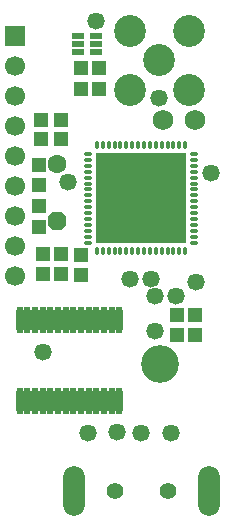
<source format=gbs>
%FSAX42Y42*%
%MOMM*%
G71*
G01*
G75*
G04 Layer_Color=16711935*
%ADD10R,1.10X1.00*%
%ADD11R,0.87X0.87*%
%ADD12R,1.00X1.10*%
%ADD13R,3.40X2.15*%
%ADD14R,1.05X2.15*%
%ADD15R,1.05X2.15*%
%ADD16R,0.50X2.10*%
%ADD17R,1.70X1.25*%
%ADD18R,1.25X1.70*%
%ADD19C,0.25*%
%ADD20C,2.50*%
%ADD21R,1.50X1.50*%
%ADD22C,1.50*%
%ADD23C,1.52*%
%ADD24C,1.20*%
%ADD25O,1.65X4.00*%
%ADD26C,1.40*%
%ADD27P,1.52X8X112.5*%
%ADD28C,3.00*%
%ADD29C,1.27*%
%ADD30O,0.80X0.28*%
%ADD31O,0.28X0.80*%
%ADD32R,7.65X7.65*%
%ADD33O,0.40X2.10*%
%ADD34R,0.80X0.35*%
%ADD35C,0.20*%
%ADD36C,0.25*%
%ADD37C,0.60*%
%ADD38R,1.80X1.80*%
%ADD39R,2.00X1.80*%
%ADD40R,1.80X2.00*%
%ADD41O,0.74X0.22*%
%ADD42O,0.22X0.74*%
%ADD43R,2.05X2.05*%
%ADD44R,1.30X1.20*%
%ADD45R,1.54X1.54*%
%ADD46R,1.20X1.30*%
%ADD47R,3.60X2.35*%
%ADD48R,1.25X2.35*%
%ADD49R,1.25X2.35*%
%ADD50R,0.70X2.30*%
%ADD51R,1.90X1.45*%
%ADD52R,1.45X1.90*%
%ADD53C,2.70*%
%ADD54R,1.70X1.70*%
%ADD55C,1.70*%
%ADD56C,1.73*%
%ADD57C,1.40*%
%ADD58O,1.85X4.20*%
%ADD59C,1.60*%
%ADD60P,1.74X8X112.5*%
%ADD61C,3.20*%
%ADD62C,1.47*%
%ADD63O,0.60X2.30*%
%ADD64R,1.00X0.55*%
D30*
X004307Y004910D02*
D03*
Y004960D02*
D03*
Y005010D02*
D03*
Y005060D02*
D03*
Y005110D02*
D03*
Y005160D02*
D03*
Y005210D02*
D03*
Y005260D02*
D03*
Y005310D02*
D03*
Y005360D02*
D03*
X004308Y005410D02*
D03*
X004307Y005460D02*
D03*
Y005510D02*
D03*
Y005560D02*
D03*
Y005610D02*
D03*
X004308Y005660D02*
D03*
X003408Y005660D02*
D03*
Y005610D02*
D03*
Y005560D02*
D03*
Y005510D02*
D03*
Y005460D02*
D03*
Y005410D02*
D03*
Y005360D02*
D03*
Y005310D02*
D03*
Y005260D02*
D03*
Y005210D02*
D03*
Y005160D02*
D03*
Y005110D02*
D03*
Y005060D02*
D03*
Y005010D02*
D03*
Y004960D02*
D03*
Y004910D02*
D03*
D31*
X004082Y004835D02*
D03*
X004132D02*
D03*
X004183D02*
D03*
X004232D02*
D03*
X004032D02*
D03*
X003982D02*
D03*
X003932D02*
D03*
X003882D02*
D03*
X003833D02*
D03*
X003783D02*
D03*
X003733D02*
D03*
X003683D02*
D03*
X003633D02*
D03*
X003583D02*
D03*
X003532D02*
D03*
X003483D02*
D03*
X004082Y005735D02*
D03*
X004132D02*
D03*
X004183D02*
D03*
X004232D02*
D03*
X004032D02*
D03*
X003982D02*
D03*
X003932D02*
D03*
X003882D02*
D03*
X003833D02*
D03*
X003783D02*
D03*
X003733D02*
D03*
X003683D02*
D03*
X003633D02*
D03*
X003583D02*
D03*
X003532D02*
D03*
X003483D02*
D03*
D32*
X003858Y005285D02*
D03*
D44*
X003184Y005791D02*
D03*
Y005944D02*
D03*
X003014D02*
D03*
Y005791D02*
D03*
D46*
X004166Y004131D02*
D03*
Y004301D02*
D03*
X004318D02*
D03*
Y004131D02*
D03*
X003353Y004639D02*
D03*
Y004809D02*
D03*
X003181Y004810D02*
D03*
Y004640D02*
D03*
X002997Y005046D02*
D03*
X003029Y004810D02*
D03*
Y004640D02*
D03*
X002997Y005216D02*
D03*
Y005401D02*
D03*
Y005571D02*
D03*
X003353Y006214D02*
D03*
X003505D02*
D03*
Y006384D02*
D03*
X003353D02*
D03*
D53*
X004263Y006202D02*
D03*
X004013Y006452D02*
D03*
X004263Y006702D02*
D03*
X003763D02*
D03*
Y006202D02*
D03*
D54*
X002794Y006655D02*
D03*
D55*
X002794Y004623D02*
D03*
Y004877D02*
D03*
Y005131D02*
D03*
Y005385D02*
D03*
Y005639D02*
D03*
Y005893D02*
D03*
Y006147D02*
D03*
Y006401D02*
D03*
D56*
X004318Y005944D02*
D03*
X004046Y005946D02*
D03*
D57*
X003636Y002810D02*
D03*
X004086D02*
D03*
D58*
X003291Y002810D02*
D03*
X004431D02*
D03*
D59*
X003150Y005578D02*
D03*
D60*
X003150Y005090D02*
D03*
D61*
X004022Y003878D02*
D03*
D62*
X003409Y003302D02*
D03*
X003653Y003303D02*
D03*
X003858Y003297D02*
D03*
X004109Y003299D02*
D03*
X003975Y004162D02*
D03*
X004155Y004460D02*
D03*
X004322Y004578D02*
D03*
X003938Y004603D02*
D03*
X003972Y004455D02*
D03*
X003767Y004605D02*
D03*
X004453Y005500D02*
D03*
X004010Y006138D02*
D03*
X003480Y006785D02*
D03*
X003240Y005420D02*
D03*
X003024Y003985D02*
D03*
D63*
X003609Y003567D02*
D03*
X003674D02*
D03*
X003544D02*
D03*
X003479D02*
D03*
X003414D02*
D03*
X003349D02*
D03*
X003284D02*
D03*
X003219D02*
D03*
X003154D02*
D03*
X003089D02*
D03*
X003024D02*
D03*
X002959D02*
D03*
X002894D02*
D03*
X002829D02*
D03*
X003349Y004257D02*
D03*
X003414D02*
D03*
X003479D02*
D03*
X003544D02*
D03*
X003609D02*
D03*
X003674D02*
D03*
X003284D02*
D03*
X003219D02*
D03*
X003154D02*
D03*
X003089D02*
D03*
X003024D02*
D03*
X002959D02*
D03*
X002894D02*
D03*
X002829D02*
D03*
D64*
X003320Y006525D02*
D03*
Y006590D02*
D03*
X003480D02*
D03*
Y006525D02*
D03*
Y006655D02*
D03*
X003320D02*
D03*
M02*

</source>
